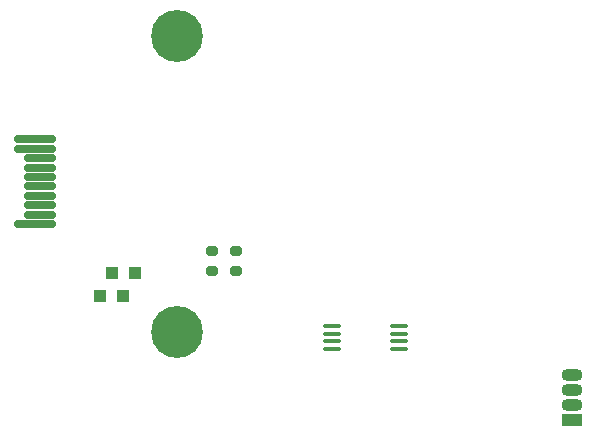
<source format=gbs>
G04 #@! TF.GenerationSoftware,KiCad,Pcbnew,8.0.1*
G04 #@! TF.CreationDate,2024-04-19T20:50:38+01:00*
G04 #@! TF.ProjectId,rabbit,72616262-6974-42e6-9b69-6361645f7063,rev?*
G04 #@! TF.SameCoordinates,Original*
G04 #@! TF.FileFunction,Soldermask,Bot*
G04 #@! TF.FilePolarity,Negative*
%FSLAX46Y46*%
G04 Gerber Fmt 4.6, Leading zero omitted, Abs format (unit mm)*
G04 Created by KiCad (PCBNEW 8.0.1) date 2024-04-19 20:50:38*
%MOMM*%
%LPD*%
G01*
G04 APERTURE LIST*
G04 Aperture macros list*
%AMRoundRect*
0 Rectangle with rounded corners*
0 $1 Rounding radius*
0 $2 $3 $4 $5 $6 $7 $8 $9 X,Y pos of 4 corners*
0 Add a 4 corners polygon primitive as box body*
4,1,4,$2,$3,$4,$5,$6,$7,$8,$9,$2,$3,0*
0 Add four circle primitives for the rounded corners*
1,1,$1+$1,$2,$3*
1,1,$1+$1,$4,$5*
1,1,$1+$1,$6,$7*
1,1,$1+$1,$8,$9*
0 Add four rect primitives between the rounded corners*
20,1,$1+$1,$2,$3,$4,$5,0*
20,1,$1+$1,$4,$5,$6,$7,0*
20,1,$1+$1,$6,$7,$8,$9,0*
20,1,$1+$1,$8,$9,$2,$3,0*%
G04 Aperture macros list end*
%ADD10RoundRect,0.150000X-1.600000X-0.150000X1.600000X-0.150000X1.600000X0.150000X-1.600000X0.150000X0*%
%ADD11RoundRect,0.150000X-1.200000X-0.150000X1.200000X-0.150000X1.200000X0.150000X-1.200000X0.150000X0*%
%ADD12C,0.700000*%
%ADD13C,4.400000*%
%ADD14R,1.800000X1.070000*%
%ADD15O,1.800000X1.070000*%
%ADD16R,1.000000X1.000000*%
%ADD17RoundRect,0.100000X0.637500X0.100000X-0.637500X0.100000X-0.637500X-0.100000X0.637500X-0.100000X0*%
%ADD18RoundRect,0.200000X-0.275000X0.200000X-0.275000X-0.200000X0.275000X-0.200000X0.275000X0.200000X0*%
G04 APERTURE END LIST*
D10*
X100500000Y-103400000D03*
D11*
X100900000Y-102600000D03*
X100900000Y-101800000D03*
X100900000Y-101000000D03*
X100900000Y-100200000D03*
X100900000Y-99400000D03*
X100900000Y-98600000D03*
X100900000Y-97800000D03*
D10*
X100500000Y-97000000D03*
X100500000Y-96200000D03*
D12*
X110850000Y-87500000D03*
X111333274Y-86333274D03*
X111333274Y-88666726D03*
X112500000Y-85850000D03*
D13*
X112500000Y-87500000D03*
D12*
X112500000Y-89150000D03*
X113666726Y-86333274D03*
X113666726Y-88666726D03*
X114150000Y-87500000D03*
D14*
X146000000Y-120000000D03*
D15*
X146000000Y-118730000D03*
X146000000Y-117460000D03*
X146000000Y-116190000D03*
D12*
X110850000Y-112500000D03*
X111333274Y-111333274D03*
X111333274Y-113666726D03*
X112500000Y-110850000D03*
D13*
X112500000Y-112500000D03*
D12*
X112500000Y-114150000D03*
X113666726Y-111333274D03*
X113666726Y-113666726D03*
X114150000Y-112500000D03*
D16*
X109000000Y-107500000D03*
D17*
X131362500Y-112025000D03*
X131362500Y-112675000D03*
X131362500Y-113325000D03*
X131362500Y-113975000D03*
X125637500Y-113975000D03*
X125637500Y-113325000D03*
X125637500Y-112675000D03*
X125637500Y-112025000D03*
D16*
X106000000Y-109500000D03*
D18*
X117500000Y-105675000D03*
X117500000Y-107325000D03*
D16*
X108000000Y-109500000D03*
D18*
X115500000Y-105675000D03*
X115500000Y-107325000D03*
D16*
X107000000Y-107500000D03*
M02*

</source>
